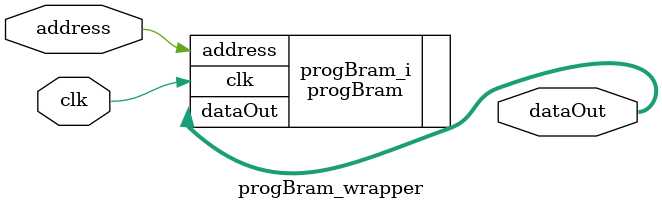
<source format=v>
`timescale 1 ps / 1 ps

module progBram_wrapper
   (address,
    clk,
    dataOut);
  input address;
  input clk;
  output [7:0]dataOut;

  wire address;
  wire clk;
  wire [7:0]dataOut;

  progBram progBram_i
       (.address(address),
        .clk(clk),
        .dataOut(dataOut));
endmodule

</source>
